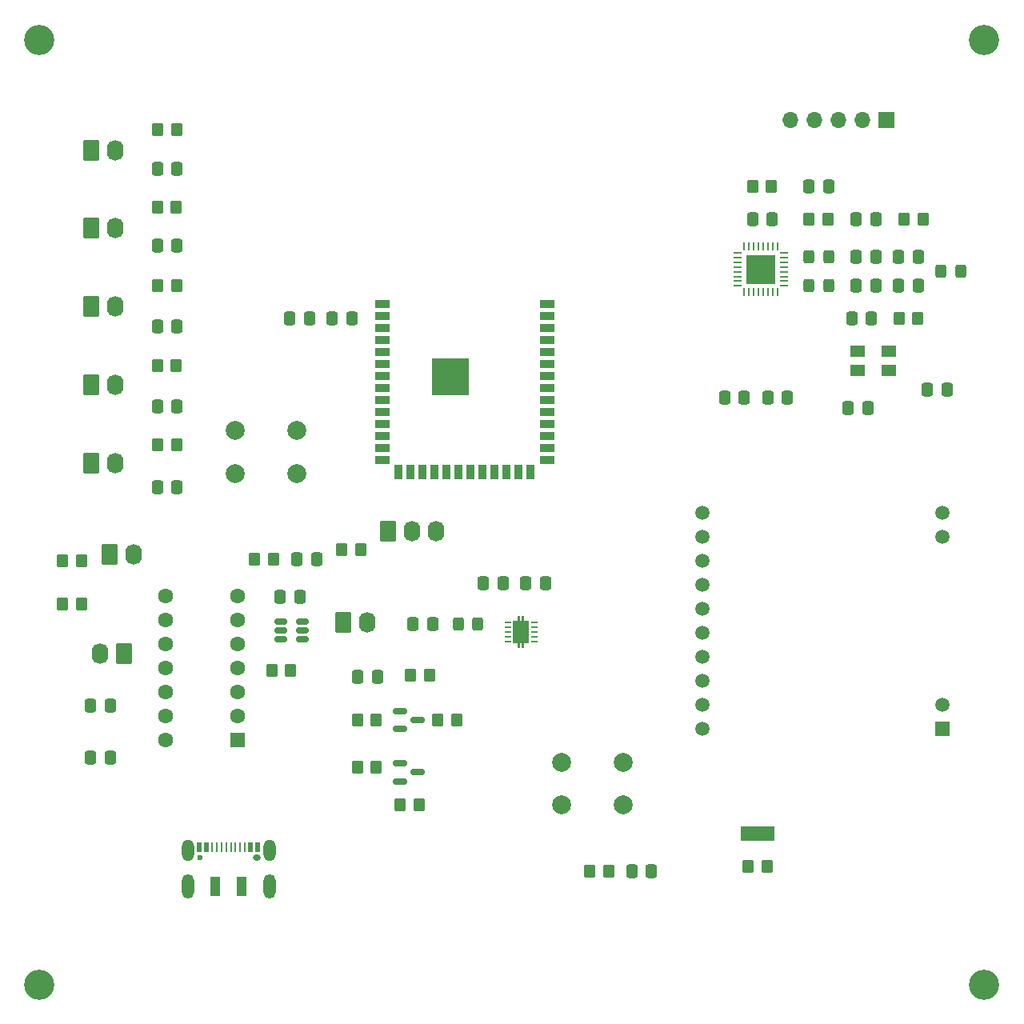
<source format=gbr>
%TF.GenerationSoftware,KiCad,Pcbnew,9.0.0*%
%TF.CreationDate,2025-03-31T12:40:15-05:00*%
%TF.ProjectId,445 Design Document Schematic,34343520-4465-4736-9967-6e20446f6375,rev?*%
%TF.SameCoordinates,Original*%
%TF.FileFunction,Soldermask,Top*%
%TF.FilePolarity,Negative*%
%FSLAX46Y46*%
G04 Gerber Fmt 4.6, Leading zero omitted, Abs format (unit mm)*
G04 Created by KiCad (PCBNEW 9.0.0) date 2025-03-31 12:40:15*
%MOMM*%
%LPD*%
G01*
G04 APERTURE LIST*
G04 Aperture macros list*
%AMRoundRect*
0 Rectangle with rounded corners*
0 $1 Rounding radius*
0 $2 $3 $4 $5 $6 $7 $8 $9 X,Y pos of 4 corners*
0 Add a 4 corners polygon primitive as box body*
4,1,4,$2,$3,$4,$5,$6,$7,$8,$9,$2,$3,0*
0 Add four circle primitives for the rounded corners*
1,1,$1+$1,$2,$3*
1,1,$1+$1,$4,$5*
1,1,$1+$1,$6,$7*
1,1,$1+$1,$8,$9*
0 Add four rect primitives between the rounded corners*
20,1,$1+$1,$2,$3,$4,$5,0*
20,1,$1+$1,$4,$5,$6,$7,0*
20,1,$1+$1,$6,$7,$8,$9,0*
20,1,$1+$1,$8,$9,$2,$3,0*%
%AMFreePoly0*
4,1,21,-0.125000,1.200000,0.125000,1.200000,0.125000,1.700000,0.375000,1.700000,0.375000,1.200000,0.825000,1.200000,0.825000,-1.200000,0.375000,-1.200000,0.375000,-1.700000,0.125000,-1.700000,0.125000,-1.200000,-0.125000,-1.200000,-0.125000,-1.700000,-0.375000,-1.700000,-0.375000,-1.200000,-0.825000,-1.200000,-0.825000,1.200000,-0.375000,1.200000,-0.375000,1.700000,-0.125000,1.700000,
-0.125000,1.200000,-0.125000,1.200000,$1*%
G04 Aperture macros list end*
%ADD10RoundRect,0.250000X-0.337500X-0.475000X0.337500X-0.475000X0.337500X0.475000X-0.337500X0.475000X0*%
%ADD11O,1.300000X2.600000*%
%ADD12O,1.300000X2.300000*%
%ADD13R,0.520000X1.000000*%
%ADD14R,0.270000X1.000000*%
%ADD15O,0.850000X0.600000*%
%ADD16R,1.000000X2.000000*%
%ADD17C,0.600000*%
%ADD18RoundRect,0.250000X-0.620000X-0.845000X0.620000X-0.845000X0.620000X0.845000X-0.620000X0.845000X0*%
%ADD19O,1.740000X2.190000*%
%ADD20R,1.600000X1.300000*%
%ADD21RoundRect,0.250000X-0.350000X-0.450000X0.350000X-0.450000X0.350000X0.450000X-0.350000X0.450000X0*%
%ADD22C,3.200000*%
%ADD23RoundRect,0.250000X0.337500X0.475000X-0.337500X0.475000X-0.337500X-0.475000X0.337500X-0.475000X0*%
%ADD24RoundRect,0.250000X0.350000X0.450000X-0.350000X0.450000X-0.350000X-0.450000X0.350000X-0.450000X0*%
%ADD25RoundRect,0.250000X0.550000X0.550000X-0.550000X0.550000X-0.550000X-0.550000X0.550000X-0.550000X0*%
%ADD26C,1.600000*%
%ADD27RoundRect,0.060000X-0.240000X-0.060000X0.240000X-0.060000X0.240000X0.060000X-0.240000X0.060000X0*%
%ADD28FreePoly0,0.000000*%
%ADD29RoundRect,0.250000X-0.325000X-0.450000X0.325000X-0.450000X0.325000X0.450000X-0.325000X0.450000X0*%
%ADD30R,1.500000X0.900000*%
%ADD31R,0.900000X1.500000*%
%ADD32R,3.900000X3.900000*%
%ADD33R,1.500000X1.500000*%
%ADD34C,1.500000*%
%ADD35R,1.000000X1.500000*%
%ADD36C,2.000000*%
%ADD37R,1.700000X1.700000*%
%ADD38O,1.700000X1.700000*%
%ADD39RoundRect,0.150000X-0.587500X-0.150000X0.587500X-0.150000X0.587500X0.150000X-0.587500X0.150000X0*%
%ADD40RoundRect,0.062500X0.062500X-0.375000X0.062500X0.375000X-0.062500X0.375000X-0.062500X-0.375000X0*%
%ADD41RoundRect,0.062500X0.375000X-0.062500X0.375000X0.062500X-0.375000X0.062500X-0.375000X-0.062500X0*%
%ADD42R,3.100000X3.100000*%
%ADD43RoundRect,0.150000X0.512500X0.150000X-0.512500X0.150000X-0.512500X-0.150000X0.512500X-0.150000X0*%
%ADD44RoundRect,0.250000X0.620000X0.845000X-0.620000X0.845000X-0.620000X-0.845000X0.620000X-0.845000X0*%
G04 APERTURE END LIST*
%TO.C,JP1*%
G36*
X158700000Y-115250000D02*
G01*
X160300000Y-115250000D01*
X160300000Y-116750000D01*
X158700000Y-116750000D01*
X158700000Y-115250000D01*
G37*
%TD*%
D10*
%TO.C,C27*%
X171537500Y-61500000D03*
X169462500Y-61500000D03*
%TD*%
%TO.C,C23*%
X167025000Y-47500000D03*
X164950000Y-47500000D03*
%TD*%
D11*
%TO.C,P2*%
X107820000Y-121650000D03*
D12*
X107820000Y-117825000D03*
D11*
X99180000Y-121650000D03*
D12*
X99180000Y-117825000D03*
D13*
X100400000Y-117450000D03*
X101150000Y-117450000D03*
D14*
X102250000Y-117450000D03*
X102750000Y-117450000D03*
X103750000Y-117450000D03*
X104750000Y-117450000D03*
D13*
X105850000Y-117450000D03*
X106600000Y-117450000D03*
X106600000Y-117450000D03*
X105850000Y-117450000D03*
D14*
X105250000Y-117450000D03*
X104250000Y-117450000D03*
X103250000Y-117450000D03*
X101750000Y-117450000D03*
D13*
X101150000Y-117450000D03*
X100400000Y-117450000D03*
D15*
X106500000Y-118550000D03*
D16*
X104900000Y-121650000D03*
X102100000Y-121650000D03*
D17*
X100500000Y-118550000D03*
%TD*%
D18*
%TO.C,J7*%
X115679000Y-93718000D03*
D19*
X118219000Y-93718000D03*
%TD*%
D18*
%TO.C,J5*%
X89000000Y-76815000D03*
D19*
X91540000Y-76815000D03*
%TD*%
D20*
%TO.C,Y1*%
X170074000Y-67000000D03*
X173374000Y-67000000D03*
X173374000Y-65000000D03*
X170074000Y-65000000D03*
%TD*%
D21*
%TO.C,R16*%
X141750000Y-120000000D03*
X143750000Y-120000000D03*
%TD*%
%TO.C,R13*%
X115500000Y-86000000D03*
X117500000Y-86000000D03*
%TD*%
D22*
%TO.C,H4*%
X83500000Y-132000000D03*
%TD*%
D23*
%TO.C,C20*%
X179537500Y-69000000D03*
X177462500Y-69000000D03*
%TD*%
D10*
%TO.C,C22*%
X158950000Y-51000000D03*
X161025000Y-51000000D03*
%TD*%
D21*
%TO.C,R6*%
X85960000Y-87130000D03*
X87960000Y-87130000D03*
%TD*%
D10*
%TO.C,C28*%
X174412500Y-55000000D03*
X176487500Y-55000000D03*
%TD*%
D21*
%TO.C,R20*%
X164950000Y-51000000D03*
X166950000Y-51000000D03*
%TD*%
%TO.C,R8*%
X85960000Y-91702000D03*
X87960000Y-91702000D03*
%TD*%
D10*
%TO.C,C2*%
X95963500Y-53828000D03*
X98038500Y-53828000D03*
%TD*%
D18*
%TO.C,J6*%
X120420000Y-84000000D03*
D19*
X122960000Y-84000000D03*
X125500000Y-84000000D03*
%TD*%
D24*
%TO.C,R1*%
X98001000Y-41509000D03*
X96001000Y-41509000D03*
%TD*%
D18*
%TO.C,D1*%
X90960000Y-86500000D03*
D19*
X93500000Y-86500000D03*
%TD*%
D21*
%TO.C,R12*%
X106250000Y-87000000D03*
X108250000Y-87000000D03*
%TD*%
D25*
%TO.C,U7*%
X104500000Y-106160000D03*
D26*
X104500000Y-103620000D03*
X104500000Y-101080000D03*
X104500000Y-98540000D03*
X104500000Y-96000000D03*
X104500000Y-93460000D03*
X104500000Y-90920000D03*
X96880000Y-90920000D03*
X96880000Y-93460000D03*
X96880000Y-96000000D03*
X96880000Y-98540000D03*
X96880000Y-101080000D03*
X96880000Y-103620000D03*
X96880000Y-106160000D03*
%TD*%
D27*
%TO.C,U3*%
X133069000Y-93698000D03*
X133069000Y-94198000D03*
X133069000Y-94698000D03*
X133069000Y-95198000D03*
X133069000Y-95698000D03*
X135869000Y-95698000D03*
X135869000Y-95198000D03*
X135869000Y-94698000D03*
X135869000Y-94198000D03*
X135869000Y-93698000D03*
D28*
X134469000Y-94698000D03*
%TD*%
D29*
%TO.C,L1*%
X127853000Y-93825000D03*
X129903000Y-93825000D03*
%TD*%
D10*
%TO.C,C18*%
X88922500Y-108000000D03*
X90997500Y-108000000D03*
%TD*%
D29*
%TO.C,L3*%
X164950000Y-58000000D03*
X167000000Y-58000000D03*
%TD*%
D24*
%TO.C,R5*%
X98001000Y-74910000D03*
X96001000Y-74910000D03*
%TD*%
D10*
%TO.C,C26*%
X169912500Y-51000000D03*
X171987500Y-51000000D03*
%TD*%
%TO.C,C6*%
X108962500Y-91000000D03*
X111037500Y-91000000D03*
%TD*%
D21*
%TO.C,R21*%
X175000000Y-51000000D03*
X177000000Y-51000000D03*
%TD*%
D30*
%TO.C,U5*%
X119750000Y-60000000D03*
X119750000Y-61270000D03*
X119750000Y-62540000D03*
X119750000Y-63810000D03*
X119750000Y-65080000D03*
X119750000Y-66350000D03*
X119750000Y-67620000D03*
X119750000Y-68890000D03*
X119750000Y-70160000D03*
X119750000Y-71430000D03*
X119750000Y-72700000D03*
X119750000Y-73970000D03*
X119750000Y-75240000D03*
X119750000Y-76510000D03*
D31*
X121515000Y-77760000D03*
X122785000Y-77760000D03*
X124055000Y-77760000D03*
X125325000Y-77760000D03*
X126595000Y-77760000D03*
X127865000Y-77760000D03*
X129135000Y-77760000D03*
X130405000Y-77760000D03*
X131675000Y-77760000D03*
X132945000Y-77760000D03*
X134215000Y-77760000D03*
X135485000Y-77760000D03*
D30*
X137250000Y-76510000D03*
X137250000Y-75240000D03*
X137250000Y-73970000D03*
X137250000Y-72700000D03*
X137250000Y-71430000D03*
X137250000Y-70160000D03*
X137250000Y-68890000D03*
X137250000Y-67620000D03*
X137250000Y-66350000D03*
X137250000Y-65080000D03*
X137250000Y-63810000D03*
X137250000Y-62540000D03*
X137250000Y-61270000D03*
X137250000Y-60000000D03*
D17*
X125600000Y-67020000D03*
X125600000Y-68420000D03*
X126300000Y-66320000D03*
X126300000Y-67720000D03*
X126300000Y-69120000D03*
X127000000Y-67020000D03*
D32*
X127000000Y-67720000D03*
D17*
X127000000Y-68420000D03*
X127700000Y-66320000D03*
X127700000Y-67720000D03*
X127700000Y-69120000D03*
X128400000Y-67020000D03*
X128400000Y-68420000D03*
%TD*%
D33*
%TO.C,U8*%
X179057500Y-104930000D03*
D34*
X179057500Y-102390000D03*
X179057500Y-84610000D03*
X179057500Y-82070000D03*
X153657500Y-82070000D03*
X153657500Y-84610000D03*
X153657500Y-87150000D03*
X153657500Y-89690000D03*
X153657500Y-92230000D03*
X153657500Y-94770000D03*
X153657500Y-97310000D03*
X153657500Y-99850000D03*
X153657500Y-102390000D03*
X153657500Y-104930000D03*
%TD*%
D21*
%TO.C,R22*%
X174450000Y-61500000D03*
X176450000Y-61500000D03*
%TD*%
D35*
%TO.C,JP1*%
X158200000Y-116000000D03*
X159500000Y-116000000D03*
X160800000Y-116000000D03*
%TD*%
D36*
%TO.C,SW1*%
X104250000Y-73400000D03*
X110750000Y-73400000D03*
X104250000Y-77900000D03*
X110750000Y-77900000D03*
%TD*%
D10*
%TO.C,C25*%
X169912500Y-55000000D03*
X171987500Y-55000000D03*
%TD*%
D24*
%TO.C,R10*%
X119151470Y-104000000D03*
X117151470Y-104000000D03*
%TD*%
D37*
%TO.C,J9*%
X173120000Y-40500000D03*
D38*
X170580000Y-40500000D03*
X168040000Y-40500000D03*
X165500000Y-40500000D03*
X162960000Y-40500000D03*
%TD*%
D22*
%TO.C,H2*%
X83500000Y-32000000D03*
%TD*%
D21*
%TO.C,R9*%
X108075000Y-98798000D03*
X110075000Y-98798000D03*
%TD*%
D18*
%TO.C,J3*%
X89000000Y-60198000D03*
D19*
X91540000Y-60198000D03*
%TD*%
D36*
%TO.C,SW2*%
X138750000Y-108500000D03*
X145250000Y-108500000D03*
X138750000Y-113000000D03*
X145250000Y-113000000D03*
%TD*%
D10*
%TO.C,C1*%
X95985000Y-45700000D03*
X98060000Y-45700000D03*
%TD*%
D23*
%TO.C,C7*%
X162649000Y-69876000D03*
X160574000Y-69876000D03*
%TD*%
D21*
%TO.C,R15*%
X121651470Y-113000000D03*
X123651470Y-113000000D03*
%TD*%
D10*
%TO.C,C14*%
X88922500Y-102500000D03*
X90997500Y-102500000D03*
%TD*%
D21*
%TO.C,R19*%
X158950000Y-47500000D03*
X160950000Y-47500000D03*
%TD*%
D24*
%TO.C,R3*%
X98001000Y-58019000D03*
X96001000Y-58019000D03*
%TD*%
%TO.C,R14*%
X127651470Y-104000000D03*
X125651470Y-104000000D03*
%TD*%
D10*
%TO.C,C11*%
X114462500Y-61500000D03*
X116537500Y-61500000D03*
%TD*%
D18*
%TO.C,J1*%
X89000000Y-43688000D03*
D19*
X91540000Y-43688000D03*
%TD*%
D23*
%TO.C,C9*%
X158077000Y-69876000D03*
X156002000Y-69876000D03*
%TD*%
D10*
%TO.C,C17*%
X134962500Y-89500000D03*
X137037500Y-89500000D03*
%TD*%
D24*
%TO.C,R2*%
X97985000Y-49764000D03*
X95985000Y-49764000D03*
%TD*%
D10*
%TO.C,C4*%
X95963500Y-70846000D03*
X98038500Y-70846000D03*
%TD*%
%TO.C,C10*%
X110000000Y-61500000D03*
X112075000Y-61500000D03*
%TD*%
D39*
%TO.C,Q2*%
X121651470Y-108600000D03*
X121651470Y-110500000D03*
X123526470Y-109550000D03*
%TD*%
D29*
%TO.C,L2*%
X164950000Y-55000000D03*
X167000000Y-55000000D03*
%TD*%
%TO.C,L4*%
X178925000Y-56500000D03*
X180975000Y-56500000D03*
%TD*%
D23*
%TO.C,C29*%
X176487500Y-58000000D03*
X174412500Y-58000000D03*
%TD*%
D18*
%TO.C,J2*%
X89000000Y-51923000D03*
D19*
X91540000Y-51923000D03*
%TD*%
D24*
%TO.C,R11*%
X119151470Y-109000000D03*
X117151470Y-109000000D03*
%TD*%
D39*
%TO.C,Q1*%
X121651470Y-103050000D03*
X121651470Y-104950000D03*
X123526470Y-104000000D03*
%TD*%
D40*
%TO.C,U4*%
X158074000Y-58751000D03*
X158574000Y-58751000D03*
X159074000Y-58751000D03*
X159574000Y-58751000D03*
X160074000Y-58751000D03*
X160574000Y-58751000D03*
X161074000Y-58751000D03*
X161574000Y-58751000D03*
D41*
X162261500Y-58063500D03*
X162261500Y-57563500D03*
X162261500Y-57063500D03*
X162261500Y-56563500D03*
X162261500Y-56063500D03*
X162261500Y-55563500D03*
X162261500Y-55063500D03*
X162261500Y-54563500D03*
D40*
X161574000Y-53876000D03*
X161074000Y-53876000D03*
X160574000Y-53876000D03*
X160074000Y-53876000D03*
X159574000Y-53876000D03*
X159074000Y-53876000D03*
X158574000Y-53876000D03*
X158074000Y-53876000D03*
D41*
X157386500Y-54563500D03*
X157386500Y-55063500D03*
X157386500Y-55563500D03*
X157386500Y-56063500D03*
X157386500Y-56563500D03*
X157386500Y-57063500D03*
X157386500Y-57563500D03*
X157386500Y-58063500D03*
D42*
X159824000Y-56313500D03*
%TD*%
D22*
%TO.C,H3*%
X183500000Y-132000000D03*
%TD*%
D43*
%TO.C,U2*%
X111350000Y-95491000D03*
X111350000Y-94541000D03*
X111350000Y-93591000D03*
X109075000Y-93591000D03*
X109075000Y-94541000D03*
X109075000Y-95491000D03*
%TD*%
D10*
%TO.C,C5*%
X95963500Y-79355000D03*
X98038500Y-79355000D03*
%TD*%
%TO.C,C8*%
X123045000Y-93825000D03*
X125120000Y-93825000D03*
%TD*%
%TO.C,C12*%
X110750000Y-87000000D03*
X112825000Y-87000000D03*
%TD*%
D22*
%TO.C,H1*%
X183500000Y-32000000D03*
%TD*%
D10*
%TO.C,C21*%
X169074000Y-71000000D03*
X171149000Y-71000000D03*
%TD*%
D21*
%TO.C,R17*%
X158500000Y-119500000D03*
X160500000Y-119500000D03*
%TD*%
D10*
%TO.C,C16*%
X130462500Y-89500000D03*
X132537500Y-89500000D03*
%TD*%
%TO.C,C13*%
X146175000Y-120000000D03*
X148250000Y-120000000D03*
%TD*%
D18*
%TO.C,J4*%
X89000000Y-68560000D03*
D19*
X91540000Y-68560000D03*
%TD*%
D10*
%TO.C,C3*%
X95963500Y-62337000D03*
X98038500Y-62337000D03*
%TD*%
%TO.C,C15*%
X117203000Y-99413000D03*
X119278000Y-99413000D03*
%TD*%
D24*
%TO.C,R4*%
X97985000Y-66528000D03*
X95985000Y-66528000D03*
%TD*%
D23*
%TO.C,C24*%
X171987500Y-58000000D03*
X169912500Y-58000000D03*
%TD*%
D21*
%TO.C,R7*%
X122791000Y-99286000D03*
X124791000Y-99286000D03*
%TD*%
D44*
%TO.C,D2*%
X92443000Y-97016000D03*
D19*
X89903000Y-97016000D03*
%TD*%
M02*

</source>
